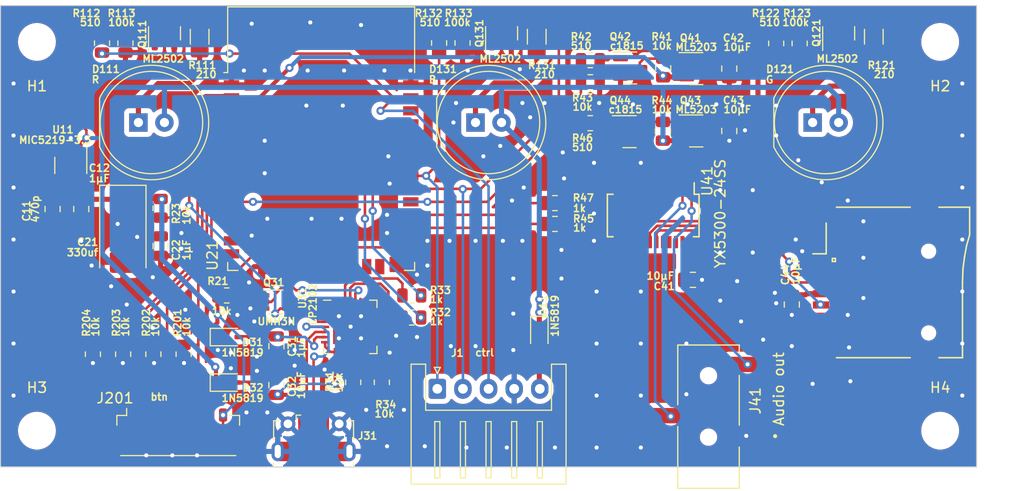
<source format=kicad_pcb>
(kicad_pcb (version 20221018) (generator pcbnew)
  (layers (0 "F.Cu" signal) (31 "B.Cu" signal) (34 "B.Paste" user) (35 "F.Paste" user) (36 "B.SilkS" user "B.Silkscreen") (37 "F.SilkS" user "F.Silkscreen") (38 "B.Mask" user) (39 "F.Mask" user) (44 "Edge.Cuts" user))
  (net 0 "")
  (net 1 "Net-(U11-BP)")
  (net 2 "GND")
  (net 3 "+3.3V")
  (net 4 "/s-en")
  (net 5 "Net-(D31-A)")
  (net 6 "Net-(D32-A)")
  (net 7 "Net-(U41-VCOM)")
  (net 8 "VSDCARD")
  (net 9 "Net-(Q43-D)")
  (net 10 "+5V")
  (net 11 "VCC")
  (net 12 "Net-(D111-K)")
  (net 13 "Net-(D121-K)")
  (net 14 "Net-(D131-K)")
  (net 15 "/led-b")
  (net 16 "/led-g")
  (net 17 "/led-r")
  (net 18 "Net-(J31-D-)")
  (net 19 "Net-(J31-D+)")
  (net 21 "Net-(U41-DACR)")
  (net 22 "Net-(U41-DACL)")
  (net 23 "/btn-r")
  (net 24 "/btn-b")
  (net 25 "/btn-y")
  (net 26 "/btn-g")
  (net 27 "Net-(Q31A-C1)")
  (net 28 "Net-(Q31A-B1)")
  (net 29 "/s-boot")
  (net 30 "Net-(Q41-G)")
  (net 31 "Net-(Q42-B)")
  (net 32 "Net-(Q43-G)")
  (net 33 "Net-(Q44-B)")
  (net 34 "Net-(Q111-G)")
  (net 35 "Net-(Q111-D)")
  (net 36 "Net-(Q121-G)")
  (net 37 "Net-(Q121-D)")
  (net 38 "Net-(Q131-G)")
  (net 39 "Net-(Q131-D)")
  (net 40 "Net-(U31-~{RST})")
  (net 41 "Net-(U31-RXD)")
  (net 42 "/s-tx")
  (net 43 "Net-(U31-TXD)")
  (net 44 "/s-rx")
  (net 45 "Net-(U31-SUSPEND)")
  (net 46 "auden")
  (net 47 "/aud-rx")
  (net 48 "Net-(U41-TX)")
  (net 49 "/aud-tx")
  (net 50 "Net-(U41-RX)")
  (net 96 "/aud-clk")
  (net 97 "/aud-mosi")
  (net 98 "/aud-miso")
  (footprint "Package_TO_SOT_SMD:SOT-23" (layer "F.Cu") (at 93.29 31.562)
    (fp_text reference "Q41")
    (fp_text value "ML5203")
  )
  (footprint "Resistor_SMD:R_0805_2012Metric" (layer "F.Cu") (at 47.4745 53.721)
    (fp_text reference "R21")
    (fp_text value "10k")
  )
  (footprint "Package_TO_SOT_SMD:SOT-363_SC-70-6" (layer "F.Cu") (at 52.263 54.356)
    (fp_text reference "Q31")
    (fp_text value "UMH3N")
  )
  (footprint "Capacitor_SMD:C_0805_2012Metric" (layer "F.Cu") (at 96.5135 37.658 -90)
    (fp_text reference "C43")
    (fp_text value "10μF")
  )
  (footprint "MountingHole:MountingHole_3.2mm_M3" (layer "F.Cu") (at 28.956 66.929)
    (fp_text reference "H3")
    (fp_text value "MountingHole" hide)
  )
  (footprint "Connector_Molex:Molex_PicoBlade_53398-0871_1x08-1MP_P1.25mm_Vertical" (layer "F.Cu") (at 42.742 66.655)
    (fp_text reference "J201")
    (fp_text value "btn")
  )
  (footprint "Connector_USB:USB_Micro-B_Molex-105017-0001" (layer "F.Cu") (at 55.951 67.7235)
    (fp_text reference "J31")
    (fp_text value "USB_B_Micro" hide)
  )
  (footprint "Resistor_SMD:R_1206_3216Metric" (layer "F.Cu") (at 77.724 28.448 -90)
    (fp_text reference "R131")
    (fp_text value "210")
  )
  (footprint "Diode_SMD:D_SOD-323" (layer "F.Cu") (at 77.978 57.37 -90)
    (fp_text reference "D11")
    (fp_text value "1N5819")
  )
  (footprint "Resistor_SMD:R_0805_2012Metric" (layer "F.Cu") (at 35.306 29.083 -90)
    (fp_text reference "R112")
    (fp_text value "510")
  )
  (footprint "Capacitor_SMD:C_0805_2012Metric" (layer "F.Cu") (at 33.2795 45.278 -90)
    (fp_text reference "C12")
    (fp_text value "1μF")
  )
  (footprint "Capacitor_SMD:C_0805_2012Metric" (layer "F.Cu") (at 41.021 48.895 -90)
    (fp_text reference "C22")
    (fp_text value "1μF")
  )
  (footprint "Capacitor_SMD:C_0805_2012Metric" (layer "F.Cu") (at 96.5135 31.562 -90)
    (fp_text reference "C42")
    (fp_text value "10μF")
  )
  (footprint "Diode_SMD:D_SOD-323" (layer "F.Cu") (at 47.4745 62.23)
    (fp_text reference "D32")
    (fp_text value "1N5819")
  )
  (footprint "Capacitor_SMD:C_0805_2012Metric" (layer "F.Cu") (at 52.324 58.674 -90)
    (fp_text reference "C31")
    (fp_text value "1μF")
  )
  (footprint "Resistor_SMD:R_0805_2012Metric" (layer "F.Cu") (at 37.367 59.4595 -90)
    (fp_text reference "R203")
    (fp_text value "10k")
  )
  (footprint "Resistor_SMD:R_0805_2012Metric" (layer "F.Cu") (at 82.9545 32.898)
    (fp_text reference "R43")
    (fp_text value "10k")
  )
  (footprint "Resistor_SMD:R_0805_2012Metric" (layer "F.Cu") (at 40.317 59.4595 -90)
    (fp_text reference "R202")
    (fp_text value "10k")
  )
  (footprint "Capacitor_SMD:C_0805_2012Metric" (layer "F.Cu") (at 92.964 52.197 180)
    (fp_text reference "C41")
    (fp_text value "10μF")
  )
  (footprint "Package_SO:SSOP-24_3.9x8.7mm_P0.635mm" (layer "F.Cu") (at 89.0905 45.914 -90)
    (fp_text reference "U41")
    (fp_text value "YX5300-24SS")
  )
  (footprint "Capacitor_SMD:C_0805_2012Metric" (layer "F.Cu") (at 30.48 45.278 -90)
    (fp_text reference "C11")
    (fp_text value "470p")
  )
  (footprint "Resistor_SMD:R_0805_2012Metric" (layer "F.Cu") (at 103.378 29.1065 -90)
    (fp_text reference "R123")
    (fp_text value "100k")
  )
  (footprint "Resistor_SMD:R_0805_2012Metric" (layer "F.Cu") (at 82.948 36.896)
    (fp_text reference "R46")
    (fp_text value "510")
  )
  (footprint "MountingHole:MountingHole_3.2mm_M3" (layer "F.Cu") (at 117.094 66.929)
    (fp_text reference "H4")
    (fp_text value "MountingHole" hide)
  )
  (footprint "Resistor_SMD:R_1206_3216Metric" (layer "F.Cu") (at 110.617 28.448 -90)
    (fp_text reference "R121")
    (fp_text value "210")
  )
  (footprint "Resistor_SMD:R_0805_2012Metric" (layer "F.Cu") (at 79.502 46.736)
    (fp_text reference "R45")
    (fp_text value "1k")
  )
  (footprint "Resistor_SMD:R_0805_2012Metric" (layer "F.Cu") (at 101.092 29.1065 -90)
    (fp_text reference "R122")
    (fp_text value "510")
  )
  (footprint "Resistor_SMD:R_0805_2012Metric" (layer "F.Cu") (at 70.485 29.0595 -90)
    (fp_text reference "R133")
    (fp_text value "100k")
  )
  (footprint "Package_TO_SOT_SMD:SOT-23" (layer "F.Cu") (at 93.29 37.653)
    (fp_text reference "Q43")
    (fp_text value "ML5203")
  )
  (footprint "LED_THT:LED_D10.0mm" (layer "F.Cu") (at 71.75 36.83)
    (fp_text reference "D131")
    (fp_text value "B")
  )
  (footprint "Resistor_SMD:R_0805_2012Metric" (layer "F.Cu") (at 62.611 62.2065 -90)
    (fp_text reference "R34")
    (fp_text value "10k")
  )
  (footprint "Resistor_SMD:R_0805_2012Metric" (layer "F.Cu") (at 37.592 29.083 -90)
    (fp_text reference "R113")
    (fp_text value "100k")
  )
  (footprint "MountingHole:MountingHole_3.2mm_M3" (layer "F.Cu") (at 28.956 28.956)
    (fp_text reference "H1")
    (fp_text value "MountingHole" hide)
  )
  (footprint "Resistor_SMD:R_0805_2012Metric" (layer "F.Cu") (at 68.199 29.0595 -90)
    (fp_text reference "R132")
    (fp_text value "510")
  )
  (footprint "PJ-320B:BOOMELE_PJ-320B" (layer "F.Cu") (at 94.488 64.564 90)
    (fp_text reference "J41")
    (fp_text value "Audio out")
  )
  (footprint "LED_THT:LED_D10.0mm" (layer "F.Cu") (at 38.857 36.83)
    (fp_text reference "D111")
    (fp_text value "R")
  )
  (footprint "Resistor_SMD:R_0805_2012Metric" (layer "F.Cu") (at 59.817 62.2065 -90)
    (fp_text reference "R31")
    (fp_text value "10k")
  )
  (footprint "Resistor_SMD:R_0805_2012Metric" (layer "F.Cu") (at 43.267 59.4595 -90)
    (fp_text reference "R201")
    (fp_text value "10k")
  )
  (footprint "Package_TO_SOT_SMD:SOT-23" (layer "F.Cu") (at 86.843 31.501)
    (fp_text reference "Q42")
    (fp_text value "c1815")
  )
  (footprint "Package_DFN_QFN:QFN-28-1EP_5x5mm_P0.5mm_EP3.35x3.35mm" (layer "F.Cu") (at 59.526 56.793)
    (fp_text reference "U31")
    (fp_text value "CP2102")
  )
  (footprint "Resistor_SMD:R_0805_2012Metric" (layer "F.Cu") (at 34.417 59.4595 -90)
    (fp_text reference "R204")
    (fp_text value "10k")
  )
  (footprint "Resistor_SMD:R_1206_3216Metric" (layer "F.Cu") (at 44.831 28.448 -90)
    (fp_text reference "R111")
    (fp_text value "210")
  )
  (footprint "Resistor_SMD:R_0805_2012Metric" (layer "F.Cu") (at 90.0365 37.6815 -90)
    (fp_text reference "R44")
    (fp_text value "10k")
  )
  (footprint "Resistor_SMD:R_0805_2012Metric" (layer "F.Cu") (at 65.532 55.88)
    (fp_text reference "R32")
    (fp_text value "1k")
  )
  (footprint "Connector_JST:JST_XH_S5B-XH-A_1x05_P2.50mm_Horizontal" (layer "F.Cu") (at 68.025 62.844)
    (fp_text reference "J1")
    (fp_text value "ctrl")
  )
  (footprint "Resistor_SMD:R_0805_2012Metric" (layer "F.Cu") (at 41.021 45.212 -90)
    (fp_text reference "R23")
    (fp_text value "10k")
  )
  (footprint "Package_TO_SOT_SMD:SOT-23" (layer "F.Cu") (at 41.402 28.1155 90)
    (fp_text reference "Q111")
    (fp_text value "ML2502")
  )
  (footprint "Diode_SMD:D_SOD-323" (layer "F.Cu") (at 47.4745 57.785)
    (fp_text reference "D31")
    (fp_text value "1N5819")
  )
  (footprint "microsd:Conn_uSDcard" (layer "F.Cu") (at 115.97 52.454 90)
    (fp_text reference "XS41" hide)
    (fp_text value "SDCARD" hide)
  )
  (footprint "Resistor_SMD:R_0805_2012Metric" (layer "F.Cu") (at 82.9545 30.739)
    (fp_text reference "R42")
    (fp_text value "510")
  )
  (footprint "Capacitor_SMD:C_0805_2012Metric" (layer "F.Cu") (at 102.616 54.61 -90)
    (fp_text reference "C44")
    (fp_text value "10μF")
  )
  (footprint "Resistor_SMD:R_0805_2012Metric" (layer "F.Cu") (at 90.0665 31.501 -90)
    (fp_text reference "R41")
    (fp_text value "10k")
  )
  (footprint "Capacitor_SMD:C_0805_2012Metric" (layer "F.Cu") (at 52.324 62.484 -90)
    (fp_text reference "C32")
    (fp_text value "10μF")
  )
  (footprint "MountingHole:MountingHole_3.2mm_M3" (layer "F.Cu") (at 117.094 28.956)
    (fp_text reference "H2")
    (fp_text value "MountingHole" hide)
  )
  (footprint "Package_TO_SOT_SMD:SOT-23" (layer "F.Cu") (at 107.188 28.1155 90)
    (fp_text reference "Q121")
    (fp_text value "ML2502")
  )
  (footprint "Resistor_SMD:R_0805_2012Metric" (layer "F.Cu") (at 79.502 44.704)
    (fp_text reference "R47")
    (fp_text value "1k")
  )
  (footprint "Resistor_SMD:R_0805_2012Metric" (layer "F.Cu") (at 65.532 53.721)
    (fp_text reference "R33")
    (fp_text value "1k")
  )
  (footprint "Capacitor_Tantalum_SMD:CP_EIA-7343-20_Kemet-V" (layer "F.Cu") (at 37.338 47.371 -90)
    (fp_text reference "C21")
    (fp_text value "330uf")
  )
  (footprint "RF_Module:ESP32-WROOM-32" (layer "F.Cu") (at 56.688 41.397)
    (fp_text reference "U21")
    (fp_text value "ESP32-WROOM-32" hide)
  )
  (footprint "LED_THT:LED_D10.0mm" (layer "F.Cu") (at 104.648 36.83)
    (fp_text reference "D121")
    (fp_text value "G")
  )
  (footprint "Package_TO_SOT_SMD:SOT-23-5" (layer "F.Cu") (at 32.258 41.021 -90)
    (fp_text reference "U11")
    (fp_text value "MIC5219-3.3")
  )
  (footprint "Package_TO_SOT_SMD:SOT-23" (layer "F.Cu") (at 74.295 28.1155 90)
    (fp_text reference "Q131")
    (fp_text value "ML2502")
  )
  (footprint "Package_TO_SOT_SMD:SOT-23" (layer "F.Cu") (at 86.783 37.724)
    (fp_text reference "Q44")
    (fp_text value "c1815")
  )
  (gr_line (start 120.65 70.485) (end 25.4 70.485) (stroke (width 0.1)) (layer "Edge.Cuts"))
  (gr_line (start 120.65 25.4) (end 120.65 70.485) (stroke (width 0.1)) (layer "Edge.Cuts"))
  (gr_line (start 25.4 70.485) (end 25.4 25.4) (stroke (width 0.1)) (layer "Edge.Cuts"))
  (gr_line (start 25.4 25.4) (end 120.65 25.4) (stroke (width 0.1)) (layer "Edge.Cuts"))
  (gr_text "sigplane-head-v0.1" (at 86.36 69.469 90) (layer "F.Cu") (effects (font (size 1.2 1.2) (thickness 0.25) bold) (justify left bottom)))
  (segment (start 31.308 42.1585) (end 31.308 42.86) (width 0.25) (layer "F.Cu") (net 1))
  (segment (start 30.48 43.688) (end 30.48 44.328) (width 0.25) (layer "F.Cu") (net 1))
  (segment (start 31.308 42.86) (end 30.48 43.688) (width 0.25) (layer "F.Cu") (net 1))
  (segment (start 57.076 56.293) (end 56.388 56.293) (width 0.25) (layer "F.Cu") (net 2))
  (segment (start 90.043 43.314) (end 90.043 41.783) (width 0.4) (layer "F.Cu") (net 2))
  (segment (start 57.251 66.261) (end 57.251 64.542) (width 0.4) (layer "F.Cu") (net 2))
  (segment (start 56.388 56.293) (end 55.753 55.658) (width 0.25) (layer "F.Cu") (net 2))
  (segment (start 92.583 48.514) (end 92.583 49.911) (width 0.4) (layer "F.Cu") (net 2))
  (segment (start 92.583 49.911) (end 92.964 50.292) (width 0.4) (layer "F.Cu") (net 2))
  (segment (start 90.043 41.783) (end 89.535 41.275) (width 0.4) (layer "F.Cu") (net 2))
  (segment (start 32.258 39.8835) (end 32.258 38.354) (width 0.4) (layer "F.Cu") (net 2))
  (segment (start 57.251 64.542) (end 57.531 64.262) (width 0.4) (layer "F.Cu") (net 2))
  (via (at 54.102 59.055) (size 0.8) (drill 0.4) (layers "F.Cu" "B.Cu") (net 2))
  (via (at 38.735 48.006) (size 0.8) (drill 0.4) (layers "F.Cu" "B.Cu") (net 2))
  (via (at 66.04 51.689) (size 0.8) (drill 0.4) (layers "F.Cu" "B.Cu") (net 2))
  (via (at 103.251 40.513) (size 0.8) (drill 0.4) (layers "F.Cu" "B.Cu") (net 2))
  (via (at 75.438 59.055) (size 0.8) (drill 0.4) (layers "F.Cu" "B.Cu") (net 2))
  (via (at 42.164 69.342) (size 0.8) (drill 0.4) (layers "F.Cu" "B.Cu") (net 2))
  (via (at 72.517 40.132) (size 0.8) (drill 0.4) (layers "F.Cu" "B.Cu") (net 2))
  (via (at 108.204 58.801) (size 0.8) (drill 0.4) (layers "F.Cu" "B.Cu") (net 2))
  (via (at 93.853 52.197) (size 0.8) (drill 0.4) (layers "F.Cu" "B.Cu") (net 2))
  (via (at 95.25 35.052) (size 0.8) (drill 0.4) (layers "F.Cu" "B.Cu") (net 2))
  (via (at 34.29 50.8) (size 0.8) (drill 0.4) (layers "F.Cu" "B.Cu") (net 2))
  (via (at 61.087 64.897) (size 0.8) (drill 0.4) (layers "F.Cu" "B.Cu") (net 2))
  (via (at 74.422 48.387) (size 0.8) (drill 0.4) (layers "F.Cu" "B.Cu") (net 2))
  (via (at 51.181 38.608) (size 0.8) (drill 0.4) (layers "F.Cu" "B.Cu") (net 2))
  (via (at 109.601 50.038) (size 0.8) (drill 0.4) (layers "F.Cu" "B.Cu") (net 2))
  (via (at 105.537 42.672) (size 0.8) (drill 0.4) (layers "F.Cu" "B.Cu") (net 2))
  (via (at 119.253 63.5) (size 0.8) (drill 0.4) (layers "F.Cu" "B.Cu") (net 2))
  (via (at 26.67 53.34) (size 0.8) (drill 0.4) (layers "F.Cu" "B.Cu") (net 2))
  (via (at 54.102 60.579) (size 0.8) (drill 0.4) (layers "F.Cu" "B.Cu") (net 2))
  (via (at 95.631 54.229) (size 0.8) (drill 0.4) (layers "F.Cu" "B.Cu") (net 2))
  (via (at 63.119 47.625) (size 0.8) (drill 0.4) (layers "F.Cu" "B.Cu") (net 2))
  (via (at 67.056 48.387) (size 0.8) (drill 0.4) (layers "F.Cu" "B.Cu") (net 2))
  (via (at 46.609 59.055) (size 0.8) (drill 0.4) (layers "F.Cu" "B.Cu") (net 2))
  (via (at 80.264 39.751) (size 0.8) (drill 0.4) (layers "F.Cu" "B.Cu") (net 2))
  (via (at 83.566 58.42) (size 0.8) (drill 0.4) (layers "F.Cu" "B.Cu") (net 2))
  (via (at 55.372 31.75) (size 0.8) (drill 0.4) (layers "F.Cu" "B.Cu") (net 2))
  (via (at 108.331 62.103) (size 0.8) (drill 0.4) (layers "F.Cu" "B.Cu") (net 2))
  (via (at 74.168 39.116) (size 0.8) (drill 0.4) (layers "F.Cu" "B.Cu") (net 2))
  (via (at 50.419 61.087) (size 0.8) (drill 0.4) (layers "F.Cu" "B.Cu") (net 2))
  (via (at 83.82 34.925) (size 0.8) (drill 0.4) (layers "F.Cu" "B.Cu") (net 2))
  (via (at 98.044 37.592) (size 0.8) (drill 0.4) (layers "F.Cu" "B.Cu") (net 2))
  (via (at 65.405 31.75) (size 0.8) (drill 0.4) (layers "F.Cu" "B.Cu") (net 2))
  (via (at 74.803 68.58) (size 0.8) (drill 0.4) (layers "F.Cu" "B.Cu") (net 2))
  (via (at 49.657 52.451) (size 0.8) (drill 0.4) (layers "F.Cu" "B.Cu") (net 2))
  (via (at 101.092 38.1) (size 0.8) (drill 0.4) (layers "F.Cu" "B.Cu") (net 2))
  (via (at 87.884 40.767) (size 0.8) (drill 0.4) (layers "F.Cu" "B.Cu") (net 2))
  (via (at 37.719 54.61) (size 0.8) (drill 0.4) (layers "F.Cu" "B.Cu") (net 2))
  (via (at 83.566 63.5) (size 0.8) (drill 0.4) (layers "F.Cu" "B.Cu") (net 2))
  (via (at 119.253 43.18) (size 0.8) (drill 0.4) (layers "F.Cu" "B.Cu") (net 2))
  (via (at 104.648 62.357) (size 0.8) (drill 0.4) (layers "F.Cu" "B.Cu") (net 2))
  (via (at 108.077 44.45) (size 0.8) (drill 0.4) (layers "F.Cu" "B.Cu") (net 2))
  (via (at 87.884 68.58) (size 0.8) (drill 0.4) (layers "F.Cu" "B.Cu") (net 2))
  (via (at 49.149 31.75) (size 0.8) (drill 0.4) (layers "F.Cu" "B.Cu") (net 2))
  (via (at 50.419 59.69) (size 0.8) (drill 0.4) (layers "F.Cu" "B.Cu") (net 2))
  (via (at 66.04 57.785) (size 0.8) (drill 0.4) (layers "F.Cu" "B.Cu") (net 2))
  (via (at 55.245 35.179) (size 0.8) (drill 0.4) (layers "F.Cu" "B.Cu") (net 2))
  (via (at 83.312 40.767) (size 0.8) (drill 0.4) (layers "F.Cu" "B.Cu") (net 2))
  (via (at 57.023 60.96) (size 0.8) (drill 0.4) (layers "F.Cu" "B.Cu") (net 2))
  (via (at 71.755 48.387) (size 0.8) (drill 0.4) (layers "F.Cu" "B.Cu") (net 2))
  (via (at 76.454 43.18) (size 0.8) (drill 0.4) (layers "F.Cu" "B.Cu") (net 2))
  (via (at 26.67 38.1) (size 0.8) (drill 0.4) (layers "F.Cu" "B.Cu") (net 2))
  (via (at 119.253 58.42) (size 0.8) (drill 0.4) (layers "F.Cu" "B.Cu") (net 2))
  (via (at 95.631 49.53) (size 0.8) (drill 0.4) (layers "F.Cu" "B.Cu") (net 2))
  (via (at 92.329 63.373) (size 0.8) (drill 0.4) (layers "F.Cu" "B.Cu") (net 2))
  (via (at 76.327 34.925) (size 0.8) (drill 0.4) (layers "F.Cu" "B.Cu") (net 2))
  (via (at 63.119 45.847) (size 0.8) (drill 0.4) (layers "F.Cu" "B.Cu") (net 2))
  (via (at 98.806 49.53) (size 0.8) (drill 0.4) (layers "F.Cu" "B.Cu") (net 2))
  (via (at 55.626 27.051) (size 0.8) (drill 0.4) (layers "F.Cu" "B.Cu") (net 2))
  (via (at 80.137 49.276) (size 0.8) (drill 0.4) (layers "F.Cu" "B.Cu") (net 2))
  (via (at 92.456 35.052) (size 0.8) (drill 0.4) (layers "F.Cu" "B.Cu") (net 2))
  (via (at 70.866 68.58) (size 0.8) (drill 0.4) (layers "F.Cu" "B.Cu") (net 2))
  (via (at 39.624 69.342) (size 0.8) (drill 0.4) (layers "F.Cu" "B.Cu") (net 2))
  (via (at 83.566 53.34) (size 0.8) (drill 0.4) (layers "F.Cu" "B.Cu") (net 2))
  (via (at 102.616 58.674) (size 0.8) (drill 0.4) (layers "F.Cu" "B.Cu") (net 2))
  (via (at 78.486 34.925) (size 0.8) (drill 0.4) (layers "F.Cu" "B.Cu") (net 2))
  (via (at 60.579 27.305) (size 0.8) (drill 0.4) (layers "F.Cu" "B.Cu") (net 2))
  (via (at 58.42 55.753) (size 0.8) (drill 0.4) (layers "F.Cu" "B.Cu") (net 2))
  (via (at 100.965 53.467) (size 0.8) (drill 0.4) (layers "F.Cu" "B.Cu") (net 2))
  (via (at 59.563 56.769) (size 0.8) (drill 0.4) (layers "F.Cu" "B.Cu") (net 2))
  (via (at 69.215 48.387) (size 0.8) (drill 0.4) (layers "F.Cu" "B.Cu") (net 2))
  (via (at 96.52 38.608) (size 0.8) (drill 0.4) (layers "F.Cu" "B.Cu") (net 2))
  (via (at 102.997 48.26) (size 0.8) (drill 0.4) (layers "F.Cu" "B.Cu") (net 2))
  (via (at 26.67 43.18) (size 0.8) (drill 0.4) (layers "F.Cu" "B.Cu") (net 2))
  (via (at 102.616 55.626) (size 0.8) (drill 0.4) (layers "F.Cu" "B.Cu") (net 2))
  (via (at 26.67 58.42) (size 0.8) (drill 0.4) (layers "F.Cu" "B.Cu") (net 2))
  (via (at 58.42 57.912) (size 0.8) (drill 0.4) (layers "F.Cu" "B.Cu") (net 2))
  (via (at 79.502 68.58) (size 0.8) (drill 0.4) (layers "F.Cu" "B.Cu") (net 2))
  (via (at 97.282 52.324) (size 0.8) (drill 0.4) (layers "F.Cu" "B.Cu") (net 2))
  (via (at 109.601 53.975) (size 0.8) (drill 0.4) (layers "F.Cu" "B.Cu") (net 2))
  (via (at 108.077 55.626) (size 0.8) (drill 0.4) (layers "F.Cu" "B.Cu") (net 2))
  (via (at 43.307 60.325) (size 0.8) (drill 0.4) (layers "F.Cu" "B.Cu") (net 2))
  (via (at 32.258 38.354) (size 0.8) (drill 0.4) (layers "F.Cu" "B.Cu") (net 2))
  (via (at 44.577 69.342) (size 0.8) (drill 0.4) (layers "F.Cu" "B.Cu") (net 2))
  (via (at 62.865 31.75) (size 0.8) (drill 0.4) (layers "F.Cu" "B.Cu") (net 2))
  (via (at 51.181 41.783) (size 0.8) (drill 0.4) (layers "F.Cu" "B.Cu") (net 2))
  (via (at 69.85 34.925) (size 0.8) (drill 0.4) (layers "F.Cu" "B.Cu") (net 2))
  (via (at 60.579 57.912) (size 0.8) (drill 0.4) (layers "F.Cu" "B.Cu") (net 2))
  (via (at 49.403 65.151) (size 0.8) (drill 0.4) (layers "F.Cu" "B.Cu") (net 2))
  (via (at 47.879 59.309) (size 0.8) (drill 0.4) (layers "F.Cu" "B.Cu") (net 2))
  (via (at 97.663 56.261) (size 0.8) (drill 0.4) (layers "F.Cu" "B.Cu") (net 2))
  (via (at 109.601 46.482) (size 0.8) (drill 0.4) (layers "F.Cu" "B.Cu") (net 2))
  (via (at 40.259 56.896) (size 0.8) (drill 0.4) (layers "F.Cu" "B.Cu") (net 2))
  (via (at 71.755 58.674) (size 0.8) (drill 0.4) (layers "F.Cu" "B.Cu") (net 2))
  (via (at 34.417 60.325) (size 0.8) (drill 0.4) (layers "F.Cu" "B.Cu") (net 2))
  (via (at 49.911 47.879) (size 0.8) (drill 0.4) (layers "F.Cu" "B.Cu") (net 2))
  (via (at 87.884 58.42) (size 0.8) (drill 0.4) (layers "F.Cu" "B.Cu") (net 2))
  (via (at 50.165 56.261) (size 0.8) (drill 0.4) (layers "F.Cu" "B.Cu") (net 2))
  (via (at 53.721 56.261) (size 0.8) (drill 0.4) (layers "F.Cu" "B.Cu") (net 2))
  (via (at 26.67 63.5) (size 0.8) (drill 0.4) (layers "F.Cu" "B.Cu") (net 2))
  (via (at 40.386 60.325) (size 0.8) (drill 0.4) (layers "F.Cu" "B.Cu") (net 2))
  (via (at 77.089 36.322) (size 0.8) (drill 0.4) (layers "F.Cu" "B.Cu") (net 2))
  (via (at 98.806 43.434) (size 0.8) (drill 0.4) (layers "F.Cu" "B.Cu") (net 2))
  (via (at 67.056 50.8) (size 0.8) (drill 0.4) (layers "F.Cu" "B.Cu") (net 2))
  (via (at 51.435 65.151) (size 0.8) (drill 0.4) (layers "F.Cu" "B.Cu") (net 2))
  (via (at 76.327 48.387) (size 0.8) (drill 0.4) (layers "F.Cu" "B.Cu") (net 2))
  (via (at 66.802 68.453) (size 0.8) (drill 0.4) (layers "F.Cu" "B.Cu") (net 2))
  (via (at 87.122 35.052) (size 0.8) (drill 0.4) (layers "F.Cu" "B.Cu") (net 2))
  (via (at 43.053 47.625) (size 0.8) (drill 0.4) (layers "F.Cu" "B.Cu") (net 2))
  (via (at 33.274 48.387) (size 0.8) (drill 0.4) (layers "F.Cu" "B.Cu") (net 2))
  (via (at 97.79 35.179) (size 0.8) (drill 0.4) (layers "F.Cu" "B.Cu") (net 2))
  (via (at 63.119 68.453) (size 0.8) (drill 0.4) (layers "F.Cu" "B.Cu") (net 2))
  (via (at 37.338 60.325) (size 0.8) (drill 0.4) (layers "F.Cu" "B.Cu") (net 2))
  (via (at 95.631 43.434) (size 0.8) (drill 0.4) (layers "F.Cu" "B.Cu") (net 2))
  (via (at 98.171 67.437) (size 0.8) (drill 0.4) (layers "F.Cu" "B.Cu") (net 2))
  (via (at 43.434 55.118) (size 0.8) (drill 0.4) (layers "F.Cu" "B.Cu") (net 2))
  (via (at 119.253 48.26) (size 0.8) (drill 0.4) (layers "F.Cu" "B.Cu") (net 2))
  (via (at 119.253 33.02) (size 0.8) (drill 0.4) (layers "F.Cu" "B.Cu") (net 2))
  (via (at 36.83 46.736) (size 0.8) (drill 0.4) (layers "F.Cu" "B.Cu") (net 2))
  (via (at 75.311 44.45) (size 0.8) (drill 0.4) (layers "F.Cu" "B.Cu") (net 2))
  (via (at 60.579 55.753) (size 0.8) (drill 0.4) (layers "F.Cu" "B.Cu") (net 2))
  (via (at 119.253 53.34) (size 0.8) (drill 0.4) (layers "F.Cu" "B.Cu") (net 2))
  (via (at 36.195 52.832) (size 0.8) (drill 0.4) (layers "F.Cu" "B.Cu") (net 2))
  (via (at 47.879 60.833) (size 0.8) (drill 0.4) (layers "F.Cu" "B.Cu") (net 2))
  (via (at 83.312 45.72) (size 0.8) (drill 0.4) (layers "F.Cu" "B.Cu") (net 2))
  (via (at 43.053 49.149) (size 0.8) (drill 0.4) (layers "F.Cu" "B.Cu") (net 2))
  (via (at 63.373 42.799) (size 0.8) (drill 0.4) (layers "F.Cu" "B.Cu") (net 2))
  (via (at 103.632 49.403) (size 0.8) (drill 0.4) (layers "F.Cu" "B.Cu") (net 2))
  (via (at 40.259 51.943) (size 0.8) (drill 0.4) (layers "F.Cu" "B.Cu") (net 2))
  (via (at 101.092 54.483) (size 0.8) (drill 0.4) (layers "F.Cu" "B.Cu") (net 2))
  (via (at 83.566 68.58) (size 0.8) (drill 0.4) (layers "F.Cu" "B.Cu") (net 2))
  (via (at 58.801 35.179) (size 0.8) (drill 0.4) (layers "F.Cu" "B.Cu") (net 2))
  (via (at 64.008 57.658) (size 0.8) (drill 0.4) (layers "F.Cu" "B.Cu") (net 2))
  (via (at 58.674 46.228) (size 0.8) (drill 0.4) (layers "F.Cu" "B.Cu") (net 2))
  (via (at 70.993 31.75) (size 0.8) (drill 0.4) (layers "F.Cu" "B.Cu") (net 2))
  (via (at 87.884 53.34) (size 0.8) (drill 0.4) (layers "F.Cu" "B.Cu") (net 2))
  (via (at 58.928 31.75) (size 0.8) (drill 0.4) (layers "F.Cu" "B.Cu") (net 2))
  (via (at 26.67 33.02) (size 0.8) (drill 0.4) (layers "F.Cu" "B.Cu") (net 2))
  (via (at 119.253 38.1) (size 0.8) (drill 0.4) (layers "F.Cu" "B.Cu") (net 2))
  (via (at 51.181 31.75) (size 0.8) (drill 0.4) (layers "F.Cu" "B.Cu") (net 2))
  (via (at 49.911 27.178) (size 0.8) (drill 0.4) (layers "F.Cu" "B.Cu") (net 2))
  (via (at 64.77 64.897) (size 0.8) (drill 0.4) (layers "F.Cu" "B.Cu") (net 2))
  (via (at 69.342 58.674) (size 0.8) (drill 0.4) (layers "F.Cu" "B.Cu") (net 2))
  (via (at 101.092 35.179) (size 0.8) (drill 0.4) (layers "F.Cu" "B.Cu") (net 2))
  (via (at 55.753 46.228) (size 0.8) (drill 0.4) (layers "F.Cu" "B.Cu") (net 2))
  (via (at 83.312 48.387) (size 0.8) (drill 0.4) (layers "F.Cu" "B.Cu") (net 2))
  (via (at 80.391 42.291) (size 0.8) (drill 0.4) (layers "F.Cu" "B.Cu") (net 2))
  (via (at 76.073 31.623) (size 0.8) (drill 0.4) (layers "F.Cu" "B.Cu") (net 2))
  (via (at 80.137 52.07) (size 0.8) (drill 0.4) (layers "F.Cu" "B.Cu") (net 2))
  (via (at 49.784 54.991) (size 0.8) (drill 0.4) (layers "F.Cu" "B.Cu") (net 2))
  (via (at 51.435 46.228) (size 0.8) (drill 0.4) (layers "F.Cu" "B.Cu") (net 2))
  (via (at 26.67 48.26) (size 0.8) (drill 0.4) (layers "F.Cu" "B.Cu") (net 2))
  (via (at 75.438 55.499) (size 0.8) (drill 0.4) (layers "F.Cu" "B.Cu") (net 2))
  (via (at 69.596 36.83) (size 0.8) (drill 0.4) (layers "F.Cu" "B.Cu") (net 2))
  (via (at 92.329 58.42) (size 0.8) (drill 0.4) (layers "F.Cu" "B.Cu") (net 2))
  (via (at 48.514 55.626) (size 0.8) (drill 0.4) (layers "F.Cu" "B.Cu") (net 2))
  (via (at 63.373 59.309) (size 0.8) (drill 0.4) (layers "F.Cu" "B.Cu") (net 2))
  (via (at 75.438 52.07) (size 0.8) (drill 0.4) (layers "F.Cu" "B.Cu") (net 2))
  (via (at 63.246 40.132) (size 0.8) (drill 0.4) (layers "F.Cu" "B.Cu") (net 2))
  (via (at 99.822 58.039) (size 0.8) (drill 0.4) (layers "F.Cu" "B.Cu") (net 2))
  (via (at 87.884 63.5) (size 0.8) (drill 0.4) (layers "F.Cu" "B.Cu") (net 2))
  (segment (start 39.624 65.412) (end 39.624 66.802) (width 0.25) (layer "F.Cu") (net 3))
  (segment (start 39.624 66.802) (end 40.132 67.31) (width 0.25) (layer "F.Cu") (net 3))
  (segment (start 33.208 44.2565) (end 33.2795 44.328) (width 0.4) (layer "F.Cu") (net 3))
  (segment (start 41.148 44.323) (end 41.148 44.4265) (width 0.5) (layer "F.Cu") (net 3))
  (segment (start 37.2685 44.328) (end 37.338 44.2585) (width 0.5) (layer "F.Cu") (net 3))
  (segment (start 44.45 37.973) (end 42.4815 39.9415) (width 0.75) (layer "F.Cu") (net 3))
  (segment (start 42.117 65.405) (end 42.117 67.263) (width 0.25) (layer "F.Cu") (net 3))
  (segment (start 44.45 35.433) (end 44.45 37.973) (width 0.75) (layer "F.Cu") (net 3))
  (segment (start 46.562 55.579) (end 46.609 55.626) (width 0.4) (layer "F.Cu") (net 3))
  (segment (start 37.338 41.656) (end 37.338 44.2585) (width 0.75) (layer "F.Cu") (net 3))
  (segment (start 46.562 56.3775) (end 46.4245 56.515) (width 0.4) (layer "F.Cu") (net 3))
  (segment (start 37.338 44.2585) (end 40.98 44.2585) (width 0.5) (layer "F.Cu") (net 3))
  (segment (start 92.3525 32.512) (end 91.186 32.512) (width 0.5) (layer "F.Cu") (net 3))
  (segment (start 42.117 67.263) (end 42.164 67.31) (width 0.25) (layer "F.Cu") (net 3))
  (segment (start 44.617 67.223) (end 44.704 67.31) (width 0.25) (layer "F.Cu") (net 3))
  (segment (start 40.98 44.2585) (end 41.0445 44.323) (width 0.5) (layer "F.Cu") (net 3))
  (segment (start 47.117 65.405) (end 47.117 66.802) (width 0.25) (layer "F.Cu") (net 3))
  (segment (start 50.673 34.417) (end 53.594 31.496) (width 0.4) (layer "F.Cu") (net 3))
  (segment (start 39.617 65.405) (end 39.624 65.412) (width 0.25) (layer "F.Cu") (net 3))
  (segment (start 39.0525 39.9415) (end 37.338 41.656) (width 0.75) (layer "F.Cu") (net 3))
  (segment (start 44.617 65.405) (end 44.617 67.223) (width 0.25) (layer "F.Cu") (net 3))
  (segment (start 46.609 67.31) (end 44.704 67.31) (width 0.25) (layer "F.Cu") (net 3))
  (segment (start 46.562 55.673) (end 46.562 56.3775) (width 0.4) (layer "F.Cu") (net 3))
  (segment (start 90.043 32.258) (end 91.0875 32.4135) (width 0.5) (layer "F.Cu") (net 3))
  (segment (start 47.938 34.417) (end 50.673 34.417) (width 0.4) (layer "F.Cu") (net 3))
  (segment (start 41.0445 44.323) (end 41.148 44.323) (width 0.5) (layer "F.Cu") (net 3))
  (segment (start 41.148 44.4265) (end 41.021 44.2995) (width 0.5) (layer "F.Cu") (net 3))
  (segment (start 46.609 55.626) (end 46.562 55.673) (width 0.4) (layer "F.Cu") (net 3))
  (segment (start 47.117 66.802) (end 46.609 67.31) (width 0.25) (layer "F.Cu") (net 3))
  (segment (start 90.0665 32.4135) (end 90.043 32.258) (width 0.5) (layer "F.Cu") (net 3))
  (segment (start 33.2795 44.328) (end 37.2685 44.328) (width 0.5) (layer "F.Cu") (net 3))
  (segment (start 46.4245 56.515) (end 46.4245 57.785) (width 0.4) (layer "F.Cu") (net 3))
  (segment (start 42.4815 39.9415) (end 39.0525 39.9415) (width 0.75) (layer "F.Cu") (net 3))
  (segment (start 91.0875 32.4135) (end 91.186 32.512) (width 0.5) (layer "F.Cu") (net 3))
  (segment (start 42.164 67.31) (end 44.704 67.31) (width 0.25) (layer "F.Cu") (net 3))
  (segment (start 47.938 34.417) (end 45.466 34.417) (width 0.75) (layer "F.Cu") (net 3))
  (segment (start 40.132 67.31) (end 42.164 67.31) (width 0.25) (layer "F.Cu") (net 3))
  (segment (start 46.562 53.721) (end 46.562 55.579) (width 0.4) (layer "F.Cu") (net 3))
  (segment (start 33.208 42.1585) (end 33.208 44.2565) (width 0.4) (layer "F.Cu") (net 3))
  (segment (start 45.466 34.417) (end 44.45 35.433) (width 0.75) (layer "F.Cu") (net 3))
  (via (at 41.148 44.323) (size 0.8) (drill 0.4) (layers "F.Cu" "B.Cu") (net 3))
  (via (at 47.117 65.405) (size 0.8) (drill 0.4) (layers "F.Cu" "B.Cu") (net 3))
  (via (at 53.594 31.496) (size 0.8) (drill 0.4) (layers "F.Cu" "B.Cu") (net 3))
  (via (at 46.609 55.626) (size 0.8) (drill 0.4) (layers "F.Cu" "B.Cu") (net 3))
  (via (at 90.043 32.258) (size 0.8) (drill 0.4) (layers "F.Cu" "B.Cu") (net 3))
  (segment (start 47.117 65.405) (end 49.149 63.373) (width 0.25) (layer "B.Cu") (net 3))
  (segment (start 41.148 50.165) (end 46.609 55.626) (width 0.5) (layer "B.Cu") (net 3))
  (segment (start 90.043 32.258) (end 88.227 30.442) (width 0.4) (layer "B.Cu") (net 3))
  (segment (start 88.227 30.442) (end 54.648 30.442) (width 0.4) (layer "B.Cu") (net 3))
  (segment (start 41.148 44.323) (end 41.148 50.165) (width 0.5) (layer "B.Cu") (net 3))
  (segment (start 49.149 58.166) (end 46.609 55.626) (width 0.25) (layer "B.Cu") (net 3))
  (segment (start 54.648 30.442) (end 53.594 31.496) (width 0.4) (layer "B.Cu") (net 3))
  (segment (start 49.149 63.373) (end 49.149 58.166) (width 0.25) (layer "B.Cu") (net 3))
  (segment (start 43.815 44.958) (end 42.672 46.101) (width 0.25) (layer "F.Cu") (net 4))
  (segment (start 45.5295 36.5125) (end 45.5295 38.481) (width 0.25) (layer "F.Cu") (net 4))
  (segment (start 47.938 35.687) (end 46.355 35.687) (width 0.25) (layer "F.Cu") (net 4))
  (segment (start 41.021 47.945) (end 41.021 46.1245) (width 0.25) (layer "F.Cu") (net 4))
  (segment (start 52.69 55.006) (end 52.197 55.499) (width 0.25) (layer "F.Cu") (net 4))
  (segment (start 42.672 46.101) (end 42.6485 46.1245) (width 0.25) (layer "F.Cu") (net 4))
  (segment (start 42.6485 46.1245) (end 41.021 46.1245) (width 0.25) (layer "F.Cu") (net 4))
  (segment (start 53.213 55.006) (end 52.69 55.006) (width 0.25) (layer "F.Cu") (net 4))
  (segment (start 45.5295 38.481) (end 43.815 40.1955) (width 0.25) (layer "F.Cu") (net 4))
  (segment (start 46.355 35.687) (end 45.5295 36.5125) (width 0.25) (layer "F.Cu") (net 4))
  (segment (start 43.815 40.1955) (end 43.815 44.958) (width 0.25) (layer "F.Cu") (net 4))
  (via (at 43.815 44.958) (size 0.8) (drill 0.4) (layers "F.Cu" "B.Cu") (net 4))
  (via (at 52.197 55.499) (size 0.8) (drill 0.4) (layers "F.Cu" "B.Cu") (net 4))
  (segment (start 43.815 44.958) (end 52.197 53.34) (width 0.25) (layer "B.Cu") (net 4))
  (segment (start 52.197 55.499) (end 52.197 53.34) (width 0.25) (layer "B.Cu") (net 4))
  (segment (start 52.451 57.785) (end 52.385 57.724) (width 0.4) (layer "F.Cu") (net 5))
  (segment (start 56.007 58.674) (end 56.007 58.040396) (width 0.25) (layer "F.Cu") (net 5))
  (segment (start 56.007 58.040396) (end 56.254396 57.793) (width 0.25) (layer "F.Cu") (net 5))
  (segment (start 52.324 57.724) (end 52.263 57.724) (width 0.4) (layer "F.Cu") (net 5))
  (segment (start 57.076 57.793) (end 56.254396 57.793) (width 0.25) (layer "F.Cu") (net 5))
  (segment (start 52.385 57.724) (end 50.353 57.724) (width 0.4) (layer "F.Cu") (net 5))
  (segment (start 56.134 58.674) (end 55.88 58.674) (width 0.25) (layer "F.Cu") (net 5))
  (segment (start 52.263 57.724) (end 52.451 57.785) (width 0.4) (layer "F.Cu") (net 5))
  (segment (start 48.5245 57.785) (end 50.292 57.785) (width 0.4) (layer "F.Cu") (net 5))
  (segment (start 50.353 57.724) (end 50.292 57.785) (width 0.4) (layer "F.Cu") (net 5))
  (via (at 52.451 57.785) (size 0.8) (drill 0.4) (layers "F.Cu" "B.Cu") (net 5))
  (via (at 56.007 58.674) (size 0.8) (drill 0.4) (layers "F.Cu" "B.Cu") (net 5))
  (segment (start 56.007 58.674) (end 55.118 57.785) (width 0.25) (layer "B.Cu") (net 5))
  (segment (start 55.118 57.785) (end 52.451 57.785) (width 0.25) (layer "B.Cu") (net 5))
  (segment (start 58.039 62.357) (end 58.801 63.119) (width 0.25) (layer "F.Cu") (net 6))
  (segment (start 54.29 63.434) (end 52.512 63.434) (width 0.4) (layer "F.Cu") (net 6))
  (segment (start 54.651 63.795) (end 54.29 63.434) (width 0.4) (layer "F.Cu") (net 6))
  (segment (start 48.5245 62.23) (end 49.657 62.23) (width 0.4) (layer "F.Cu") (net 6))
  (segment (start 50.861 63.434) (end 52.324 63.434) (width 0.4) (layer "F.Cu") (net 6))
  (segment (start 57.592 59.243) (end 57.076 58.727) (width 0.25) (layer "F.Cu") (net 6))
  (segment (start 49.657 62.23) (end 50.861 63.434) (width 0.4) (layer "F.Cu") (net 6))
  (segment (start 52.512 63.434) (end 52.451 63.373) (width 0.4) (layer "F.Cu") (net 6))
  (segment (start 58.026 59.243) (end 57.592 59.243) (width 0.25) (layer "F.Cu") (net 6))
  (segment (start 58.026 59.243) (end 58.026 62.344) (width 0.25) (layer "F.Cu") (net 6))
  (segment (start 58.026 62.344) (end 58.039 62.357) (width 0.25) (layer "F.Cu") (net 6))
  (segment (start 57.076 58.727) (end 57.076 58.293) (width 0.25) (layer "F.Cu") (net 6))
  (segment (start 52.39 63.434) (end 52.324 63.434) (width 0.4) (layer "F.Cu") (net 6))
  (segment (start 54.651 66.261) (end 54.651 63.795) (width 0.4) (layer "F.Cu") (net 6))
  (segment (start 58.801 63.119) (end 59.817 63.119) (width 0.25) (layer "F.Cu") (net 6))
  (segment (start 52.451 63.373) (end 52.39 63.434) (width 0.4) (layer "F.Cu") (net 6))
  (via (at 58.039 62.357) (size 0.8) (drill 0.4) (layers "F.Cu" "B.Cu") (net 6))
  (via (at 52.451 63.373) (size 0.8) (drill 0.4) (layers "F.Cu" "B.Cu") (net 6))
  (segment (start 58.039 62.357) (end 53.467 62.357) (width 0.25) (layer "B.Cu") (net 6))
  (segment (start 53.467 62.357) (end 52.451 63.373) (width 0.25) (layer "B.Cu") (net 6))
  (segment (start 91.948 48.514) (end 91.948 52.131) (width 0.25) (layer "F.Cu") (net 7))
  (segment (start 91.948 52.131) (end 92.014 52.197) (width 0.25) (layer "F.Cu") (net 7))
  (segment (start 103.378 43.942) (end 99.314 39.878) (width 0.5) (layer "F.Cu") (net 8))
  (segment (start 97.917 39.878) (end 99.314 39.878) (width 0.4) (layer "F.Cu") (net 8))
  (segment (start 104.053 53.554) (end 103.947 53.66) (width 0.5) (layer "F.Cu") (net 8))
  (segment (start 98.166 30.612) (end 96.5135 30.612) (width 0.5) (layer "F.Cu") (net 8))
  (segment (start 105.47 53.554) (end 106.974 53.554) (width 0.5) (layer "F.Cu") (net 8))
  (segment (start 105.47 53.554) (end 104.053 53.554) (width 0.5) (layer "F.Cu") (net 8))
  (segment (start 98.171 30.607) (end 98.166 30.612) (width 0.5) (layer "F.Cu") (net 8))
  (segment (start 91.313 43.314) (end 91.313 41.148) (width 0.4) (layer "F.Cu") (net 8))
  (segment (start 106.974 53.554) (end 107.823 52.705) (width 0.5) (layer "F.Cu") (net 8))
  (segment (start 106.553 47.879) (end 104.521 47.879) (width 0.5) (layer "F.Cu") (net 8))
  (segment (start 94.2275 31.562) (end 94.2275 30.9945) (width 0.5) (layer "F.Cu") (net 8))
  (segment (start 103.947 53.66) (end 102.616 53.66) (width 0.5) (layer "F.Cu") (net 8))
  (segment (start 104.521 47.879) (end 103.378 46.736) (width 0.5) (layer "F.Cu") (net 8))
  (segment (start 99.314 39.878) (end 99.314 31.75) (width 0.5) (layer "F.Cu") (net 8))
  (segment (start 91.821 40.64) (end 97.155 40.64) (width 0.4) (layer "F.Cu") (net 8))
  (segment (start 94.2275 30.9945) (end 94.615 30.607) (width 0.5) (layer "F.Cu") (net 8))
  (segment (start 96.5085 30.607) (end 96.5135 30.612) (width 0.5) (layer "F.Cu") (net 8))
  (segment (start 91.313 41.148) (end 91.821 40.64) (width 0.4) (layer "F.Cu") (net 8))
  (segment (start 103.378 46.736) (end 103.378 43.942) (width 0.5) (layer "F.Cu") (net 8))
  (segment (start 94.615 30.607) (end 96.5085 30.607) (width 0.5) (layer "F.Cu") (net 8))
  (segment (start 107.823 49.149) (end 106.553 47.879) (width 0.5) (layer "F.Cu") (net 8))
  (segment (start 97.155 40.64) (end 97.917 39.878) (width 0.4) (layer "F.Cu") (net 8))
  (segment (start 99.314 31.75) (end 98.171 30.607) (width 0.5) (layer "F.Cu") (net 8))
  (segment (start 107.823 52.705) (end 107.823 49.149) (width 0.5) (layer "F.Cu") (net 8))
  (segment (start 94.483 36.708) (end 94.2275 36.9635) (width 0.5) (layer "F.Cu") (net 9))
  (segment (start 90.678 40.513) (end 91.567 39.624) (width 0.25) (layer "F.Cu") (net 9))
  (segment (start 90.678 43.314) (end 90.678 40.513) (width 0.25) (layer "F.Cu") (net 9))
  (segment (start 96.5135 36.708) (end 94.483 36.708) (width 0.5) (layer "F.Cu") (net 9))
  (segment (start 94.2275 36.9635) (end 94.2275 37.653) (width 0.5) (layer "F.Cu") (net 9))
  (segment (start 94.2275 39.1225) (end 94.2275 37.653) (width 0.25) (layer "F.Cu") (net 9))
  (segment (start 91.567 39.624) (end 93.726 39.624) (width 0.25) (layer "F.Cu") (net 9))
  (segment (start 93.726 39.624) (end 94.2275 39.1225) (width 0.25) (layer "F.Cu") (net 9))
  (segment (start 33.208 38.928) (end 33.782 38.354) (width 0.4) (layer "F.Cu") (net 10))
  (segment (start 31.623 37.338) (end 33.528 37.338) (width 0.25) (layer "F.Cu") (net 10))
  (segment (start 90.043 38.608) (end 90.0505 38.608) (width 0.5) (layer "F.Cu") (net 10))
  (segment (start 46.4245 60.7755) (end 46.355 60.706) (width 0.4) (layer "F.Cu") (net 10))
  (segment (start 90.0455 38.603) (end 90.043 38.6005) (width 0.5) (layer "F.Cu") (net 10))
  (segment (start 31.308 37.653) (end 31.623 37.338) (width 0.25) (layer "F.Cu") (net 10))
  (segment (start 31.308 39.8835) (end 31.308 37.653) (width 0.25) (layer "F.Cu") (net 10))
  (segment (start 33.528 37.338) (end 33.782 37.592) (width 0.25) (layer "F.Cu") (net 10))
  (segment (start 92.3525 38.603) (end 90.0455 38.603) (width 0.5) (layer "F.Cu") (net 10))
  (segment (start 33.782 37.592) (end 33.782 38.354) (width 0.25) (layer "F.Cu") (net 10))
  (segment (start 33.208 39.8835) (end 33.208 38.928) (width 0.4) (layer "F.Cu") (net 10))
  (segment (start 46.355 60.706) (end 46.4245 60.7635) (width 0.4) (layer "F.Cu") (net 10))
  (segment (start 46.4245 62.23) (end 46.4245 60.7755) (width 0.4) (layer "F.Cu") (net 10))
  (segment (start 90.043 38.6005) (end 90.043 38.608) (width 0.5) (layer "F.Cu") (net 10))
  (segment (start 77.978 56.32) (end 77.978 54.102) (width 0.5) (layer "F.Cu") (net 10))
  (segment (start 90.0505 38.608) (end 90.0365 38.594) (width 0.5) (layer "F.Cu") (net 10))
  (via (at 46.355 60.706) (size 0.8) (drill 0.4) (layers "F.Cu" "B.Cu") (net 10))
  (via (at 77.978 54.102) (size 0.8) (drill 0.4) (layers "F.Cu" "B.Cu") (net 10))
  (via (at 90.043 38.608) (size 0.8) (drill 0.4) (layers "F.Cu" "B.Cu") (net 10))
  (via (at 77.978 55.372) (size 0.8) (drill 0.4) (layers "F.Cu" "B.Cu") (net 10))
  (via (at 33.782 38.354) (size 0.8) (drill 0.4) (layers "F.Cu" "B.Cu") (net 10))
  (segment (start 77.978 54.102) (end 77.978 55.372) (width 0.5) (layer "B.Cu") (net 10))
  (segment (start 36.195 33.401) (end 41.402 33.401) (width 0.5) (layer "B.Cu") (net 10))
  (segment (start 46.355 60.706) (end 35.306 49.657) (width 0.5) (layer "B.Cu") (net 10))
  (segment (start 35.306 38.354) (end 33.782 38.354) (width 0.4) (layer "B.Cu") (net 10))
  (segment (start 74.29 36.83) (end 77.978 40.518) (width 0.5) (layer "B.Cu") (net 10))
  (segment (start 74.29 36.83) (end 74.29 33.406) (width 0.5) (layer "B.Cu") (net 10))
  (segment (start 41.397 36.83) (end 41.397 33.406) (width 0.5) (layer "B.Cu") (net 10))
  (segment (start 41.397 33.406) (end 41.402 33.401) (width 0.5) (layer "B.Cu") (net 10))
  (segment (start 41.402 33.401) (end 74.295 33.401) (width 0.5) (layer "B.Cu") (net 10))
  (segment (start 90.043 33.401) (end 106.172 33.401) (width 0.5) (layer "B.Cu") (net 10))
  (segment (start 107.188 34.417) (end 107.188 36.83) (width 0.5) (layer "B.Cu") (net 10))
  (segment (start 77.978 40.518) (end 77.978 54.102) (width 0.5) (layer "B.Cu") (net 10))
  (segment (start 35.306 34.29) (end 36.195 33.401) (width 0.5) (layer "B.Cu") (net 10))
  (segment (start 106.172 33.401) (end 107.188 34.417) (width 0.5) (layer "B.Cu") (net 10))
  (segment (start 35.306 38.354) (end 35.306 49.657) (width 0.5) (layer "B.Cu") (net 10))
  (segment (start 35.306 34.29) (end 35.306 38.354) (width 0.5) (layer "B.Cu") (net 10))
  (segment (start 74.29 33.406) (end 74.295 33.401) (width 0.5) (layer "B.Cu") (net 10))
  (segment (start 90.043 38.608) (end 90.043 33.401) (width 0.5) (layer "B.Cu") (net 10))
  (segment (start 74.295 33.401) (end 90.043 33.401) (width 0.5) (layer "B.Cu") (net 10))
  (segment (start 77.978 58.42) (end 77.978 62.797) (width 0.5) (layer "F.Cu") (net 11))
  (segment (start 77.978 62.797) (end 78.025 62.844) (width 0.5) (layer "F.Cu") (net 11))
  (segment (start 44.831 29.9105) (end 44.831 32.004) (width 0.5) (layer "F.Cu") (net 12))
  (segment (start 38.857 34.925) (end 38.857 36.83) (width 0.5) (layer "F.Cu") (net 12))
  (segment (start 38.857 34.925) (end 38.862 34.925) (width 0.5) (layer "F.Cu") (net 12))
  (segment (start 38.862 34.925) (end 40.767 33.02) (width 0.5) (layer "F.Cu") (net 12))
  (segment (start 44.831 32.004) (end 43.815 33.02) (width 0.5) (layer "F.Cu") (net 12))
  (segment (start 43.815 33.02) (end 40.767 33.02) (width 0.5) (layer "F.Cu") (net 12))
  (segment (start 106.299 33.274) (end 109.474 33.274) (width 0.5) (layer "F.Cu") (net 13))
  (segment (start 109.474 33.274) (end 110.617 32.131) (width 0.5) (layer "F.Cu") (net 13))
  (segment (start 104.648 36.83) (end 104.648 34.925) (width 0.5) (layer "F.Cu") (net 13))
  (segment (start 104.648 34.925) (end 106.299 33.274) (width 0.5) (layer "F.Cu") (net 13))
  (segment (start 110.617 32.131) (end 110.617 29.9105) (width 0.5) (layer "F.Cu") (net 13))
  (segment (start 71.75 36.83) (end 71.75 34.803) (width 0.5) (layer "F.Cu") (net 14))
  (segment (start 76.8985 32.9565) (end 77.724 32.131) (width 0.5) (layer "F.Cu") (net 14))
  (segment (start 71.75 34.803) (end 73.5965 32.9565) (width 0.5) (layer "F.Cu") (net 14))
  (segment (start 77.724 32.131) (end 77.724 29.9105) (width 0.5) (layer "F.Cu") (net 14))
  (segment (start 73.5965 32.9565) (end 76.8985 32.9565) (width 0.5) (layer "F.Cu") (net 14))
  (segment (start 66.929 42.037) (end 68.199 40.767) (width 0.25) (layer "F.Cu") (net 15))
  (segment (start 65.438 42.037) (end 66.929 42.037) (width 0.25) (layer "F.Cu") (net 15))
  (segment (start 68.199 40.767) (end 68.199 29.972) (width 0.25) (layer "F.Cu") (net 15))
  (via (at 66.929 42.037) (size 0.8) (drill 0.4) (layers "F.Cu" "B.Cu") (net 15))
  (segment (start 68.025 43.133) (end 66.929 42.037) (width 0.25) (layer "B.Cu") (net 15))
  (segment (start 68.025 62.844) (end 68.025 43.133) (width 0.25) (layer "B.Cu") (net 15))
  (segment (start 79.883 28.702) (end 79.883 35.687) (width 0.25) (layer "F.Cu") (net 16))
  (segment (start 101.092 30.019) (end 99.996 30.019) (width 0.25) (layer "F.Cu") (net 16))
  (segment (start 99.996 30.019) (end 97.536 27.559) (width 0.25) (layer "F.Cu") (net 16))
  (segment (start 97.536 27.559) (end 81.026 27.559) (width 0.25) (layer "F.Cu") (net 16))
  (segment (start 72.263 43.307) (end 65.438 43.307) (width 0.25) (layer "F.Cu") (net 16))
  (segment (start 81.026 27.559) (end 79.883 28.702) (width 0.25) (layer "F.Cu") (net 16))
  (segment (start 79.883 35.687) (end 72.263 43.307) (width 0.25) (layer "F.Cu") (net 16))
  (via (at 70.5104 43.3324) (size 0.8) (drill 0.4) (layers "F.Cu" "B.Cu") (net 16))
  (segment (start 70.5104 43.3324) (end 70.525 43.3178) (width 0.25) (layer "B.Cu") (net 16))
  (segment (start 70.525 43.347) (end 70.5104 43.3324) (width 0.25) (layer "B.Cu") (net 16))
  (segment (start 70.525 62.844) (end 70.525 43.347) (width 0.25) (layer "B.Cu") (net 16))
  (segment (start 63.754 34.417) (end 65.438 34.417) (width 0.25) (layer "F.Cu") (net 17))
  (segment (start 47.752 30.099) (end 59.436 30.099) (width 0.25) (layer "F.Cu") (net 17))
  (segment (start 59.436 30.099) (end 63.754 34.417) (width 0.25) (layer "F.Cu") (net 17))
  (segment (start 63.754 34.417) (end 62.484 35.687) (width 0.25) (layer "F.Cu") (net 17))
  (via (at 47.752 30.099) (size 0.8) (drill 0.4) (layers "F.Cu" "B.Cu") (net 17))
  (via (at 35.306 30.099) (size 0.8) (drill 0.4) (layers "F.Cu" "B.Cu") (net 17))
  (via (at 62.484 35.687) (size 0.8) (drill 0.4) (layers "F.Cu" "B.Cu") (net 17))
  (segment (start 73.025 43.053) (end 65.659 35.687) (width 0.25) (layer "B.Cu") (net 17))
  (segment (start 35.306 30.099) (end 47.752 30.099) (width 0.25) (layer "B.Cu") (net 17))
  (segment (start 65.659 35.687) (end 62.484 35.687) (width 0.25) (layer "B.Cu") (net 17))
  (segment (start 73.025 62.844) (end 73.025 43.053) (width 0.25) (layer "B.Cu") (net 17))
  (segment (start 56.118 57.293) (end 57.076 57.293) (width 0.25) (layer "F.Cu") (net 18))
  (segment (start 55.282 66.242) (end 55.282 58.129) (width 0.25) (layer "F.Cu") (net 18))
  (segment (start 55.301 66.261) (end 55.282 66.242) (width 0.25) (layer "F.Cu") (net 18))
  (segment (start 55.282 58.129) (end 56.118 57.293) (width 0.25) (layer "F.Cu") (net 18))
  (segment (start 55.269 56.793) (end 55.245 56.769) (width 0.25) (layer "F.Cu") (net 19))
  (segment (start 57.076 56.793) (end 55.269 56.793) (width 0.25) (layer "F.Cu") (net 19))
  (segment (start 56.007 59.69) (end 55.951 59.746) (width 0.25) (layer "F.Cu") (net 19))
  (segment (start 55.245 56.769) (end 55.221 56.793) (width 0.25) (layer "F.Cu") (net 19))
  (segment (start 55.951 59.746) (end 55.951 66.261) (width 0.25) (layer "F.Cu") (net 19))
  (via (at 55.245 56.769) (size 0.8) (drill 0.4) (layers "F.Cu" "B.Cu") (net 19))
  (via (at 56.007 59.69) (size 0.8) (drill 0.4) (layers "F.Cu" "B.Cu") (net 19))
  (segment (start 57.404 59.182) (end 57.404 57.404) (width 0.25) (layer "B.Cu") (net 19))
  (segment (start 56.769 56.769) (end 55.245 56.769) (width 0.25) (layer "B.Cu") (net 19))
  (segment (start 56.007 59.69) (end 56.896 59.69) (width 0.25) (layer "B.Cu") (net 19))
  (segment (start 57.404 57.404) (end 56.769 56.769) (width 0.25) (layer "B.Cu") (net 19))
  (segment (start 56.896 59.69) (end 57.404 59.182) (width 0.25) (layer "B.Cu") (net 19))
  (segment (start 91.948 43.314) (end 91.948 44.958) (width 0.25) (layer "F.Cu") (net 21))
  (via (at 90.805 65.532) (size 0.8) (drill 0.4) (layers "F.Cu" "B.Cu") (net 21))
  (via (at 91.948 44.958) (size 0.8) (drill 0.4) (layers "F.Cu" "B.Cu") (net 21))
  (segment (start 89.281 47.625) (end 89.281 64.008) (width 0.25) (layer "B.Cu") (net 21))
  (segment (start 91.948 44.958) (end 89.281 47.625) (width 0.25) (layer "B.Cu") (net 21))
  (segment (start 89.281 64.008) (end 90.805 65.532) (width 0.25) (layer "B.Cu") (net 21))
  (segment (start 92.837 44.45) (end 92.837 45.466) (width 0.25) (layer "F.Cu") (net 22))
  (segment (start 92.583 44.196) (end 92.837 44.45) (width 0.25) (layer "F.Cu") (net 22))
  (segment (start 92.583 43.314) (end 92.583 44.196) (width 0.25) (layer "F.Cu") (net 22))
  (via (at 98.298 60.452) (size 0.8) (drill 0.4) (layers "F.Cu" "B.Cu") (net 22))
  (via (at 92.837 45.466) (size 0.8) (drill 0.4) (layers "F.Cu" "B.Cu") (net 22))
  (segment (start 91.1225 53.2765) (end 91.1225 48.26) (width 0.25) (layer "B.Cu") (net 22))
  (segment (start 91.1225 48.26) (end 92.837 46.5455) (width 0.25) (layer "B.Cu") (net 22))
  (segment (start 92.837 46.5455) (end 92.837 45.466) (width 0.25) (layer "B.Cu") (net 22))
  (segment (start 98.298 60.452) (end 91.1225 53.2765) (width 0.25) (layer "B.Cu") (net 22))
  (segment (start 38.367 65.405) (end 38.367 64.148) (width 0.25) (layer "F.Cu") (net 23))
  (segment (start 35.814 61.595) (end 35.814 58.547) (width 0.25) (layer "F.Cu") (net 23))
  (segment (start 35.814 57.658) (end 37.211 56.261) (width 0.25) (layer "F.Cu") (net 23))
  (segment (start 38.367 64.148) (end 35.814 61.595) (width 0.25) (layer "F.Cu") (net 23))
  (segment (start 44.635 49.978604) (end 44.635 40.961604) (width 0.25) (layer "F.Cu") (net 23))
  (segment (start 46.099604 39.497) (end 47.938 39.497) (width 0.25) (layer "F.Cu") (net 23))
  (segment (start 35.814 58.547) (end 35.814 57.658) (width 0.25) (layer "F.Cu") (net 23))
  (segment (start 38.352604 56.261) (end 44.635 49.978604) (width 0.25) (layer "F.Cu") (net 23))
  (segment (start 44.635 40.961604) (end 46.099604 39.497) (width 0.25) (layer "F.Cu") (net 23))
  (segment (start 37.211 56.261) (end 38.352604 56.261) (width 0.25) (layer "F.Cu") (net 23))
  (segment (start 34.417 58.547) (end 35.814 58.547) (width 0.25) (layer "F.Cu") (net 23))
  (segment (start 38.862 56.388) (end 38.862 58.547) (width 0.25) (layer "F.Cu") (net 24))
  (segment (start 40.867 64.108) (end 38.862 62.103) (width 0.25) (layer "F.Cu") (net 24))
  (segment (start 47.938 40.767) (end 46.101 40.767) (width 0.25) (layer "F.Cu") (net 24))
  (segment (start 38.862 62.103) (end 38.862 58.547) (width 0.25) (layer "F.Cu") (net 24))
  (segment (start 37.367 58.547) (end 38.862 58.547) (width 0.25) (layer "F.Cu") (net 24))
  (segment (start 46.101 40.767) (end 45.085 41.783) (width 0.25) (layer "F.Cu") (net 24))
  (segment (start 40.867 65.405) (end 40.867 64.108) (width 0.25) (layer "F.Cu") (net 24))
  (segment (start 45.085 50.165) (end 38.862 56.388) (width 0.25) (layer "F.Cu") (net 24))
  (segment (start 45.085 41.783) (end 45.085 50.165) (width 0.25) (layer "F.Cu") (net 24))
  (segment (start 46.17 42.037) (end 47.938 42.037) (width 0.25) (layer "F.Cu") (net 25))
  (segment (start 43.367 65.405) (end 43.367 64.195) (width 0.25) (layer "F.Cu") (net 25))
  (segment (start 41.656 62.484) (end 41.656 58.547) (width 0.25) (layer "F.Cu") (net 25))
  (segment (start 41.656 54.230396) (end 45.535 50.351396) (width 0.25) (layer "F.Cu") (net 25))
  (segment (start 43.367 64.195) (end 41.656 62.484) (width 0.25) (layer "F.Cu") (net 25))
  (segment (start 45.535 42.672) (end 46.17 42.037) (width 0.25) (layer "F.Cu") (net 25))
  (segment (start 40.317 58.547) (end 41.656 58.547) (width 0.25) (layer "F.Cu") (net 25))
  (segment (start 45.535 50.351396) (end 45.535 42.672) (width 0.25) (layer "F.Cu") (net 25))
  (segment (start 41.656 58.547) (end 41.656 54.230396) (width 0.25) (layer "F.Cu") (net 25))
  (segment (start 45.867 65.405) (end 45.867 64.155) (width 0.25) (layer "F.Cu") (net 26))
  (segment (start 46.493 43.307) (end 45.985 43.815) (width 0.25) (layer "F.Cu") (net 26))
  (segment (start 47.938 43.307) (end 46.493 43.307) (width 0.25) (layer "F.Cu") (net 26))
  (segment (start 44.704 51.818792) (end 44.704 58.547) (width 0.25) (layer "F.Cu") (net 26))
  (segment (start 45.985 50.537792) (end 44.704 51.818792) (width 0.25) (layer "F.Cu") (net 26))
  (segment (start 45.985 43.815) (end 45.985 50.537792) (width 0.25) (layer "F.Cu") (net 26))
  (segment (start 43.267 58.547) (end 44.704 58.547) (width 0.25) (layer "F.Cu") (net 26))
  (segment (start 45.867 64.155) (end 44.704 62.992) (width 0.25) (layer "F.Cu") (net 26))
  (segment (start 44.704 62.992) (end 44.704 58.547) (width 0.25) (layer "F.Cu") (net 26))
  (segment (start 58.013 54.356) (end 53.213 54.356) (width 0.25) (layer "F.Cu") (net 27))
  (segment (start 53.213 54.356) (end 53.213 53.706) (width 0.25) (layer "F.Cu") (net 27))
  (segment (start 58.026 54.343) (end 58.013 54.356) (width 0.25) (layer "F.Cu") (net 27))
  (segment (start 51.313 54.356) (end 51.816 54.356) (width 0.25) (layer "F.Cu") (net 28))
  (segment (start 60.026 54.343) (end 60.026 53.512) (width 0.25) (layer "F.Cu") (net 28))
  (segment (start 52.197 53.594) (end 52.832 52.959) (width 0.25) (layer "F.Cu") (net 28))
  (segment (start 51.816 54.356) (end 52.197 53.975) (width 0.25) (layer "F.Cu") (net 28))
  (segment (start 51.313 55.006) (end 51.313 54.356) (width 0.25) (layer "F.Cu") (net 28))
  (segment (start 52.197 53.975) (end 52.197 53.594) (width 0.25) (layer "F.Cu") (net 28))
  (segment (start 53.975 52.959) (end 52.832 52.959) (width 0.25) (layer "F.Cu") (net 28))
  (segment (start 60.325 53.213) (end 60.198 53.34) (width 0.25) (layer "F.Cu") (net 28))
  (segment (start 54.864 53.213) (end 54.229 53.213) (width 0.25) (layer "F.Cu") (net 28))
  (segment (start 60.026 53.512) (end 60.325 53.213) (width 0.25) (layer "F.Cu") (net 28))
  (segment (start 54.229 53.213) (end 53.975 52.959) (width 0.25) (layer "F.Cu") (net 28))
  (via (at 60.325 53.213) (size 0.8) (drill 0.4) (layers "F.Cu" "B.Cu") (net 28))
  (via (at 54.864 53.213) (size 0.8) (drill 0.4) (layers "F.Cu" "B.Cu") (net 28))
  (segment (start 60.325 53.213) (end 54.864 53.213) (width 0.25) (layer "B.Cu") (net 28))
  (segment (start 51.313 53.706) (end 48.402 53.706) (width 0.25) (layer "F.Cu") (net 29))
  (segment (start 63.5 49.022) (end 64.135 49.657) (width 0.25) (layer "F.Cu") (net 29))
  (segment (start 50.8 49.022) (end 63.5 49.022) (width 0.25) (layer "F.Cu") (net 29))
  (segment (start 48.387 53.721) (end 48.387 51.435) (width 0.25) (layer "F.Cu") (net 29))
  (segment (start 48.387 51.435) (end 50.8 49.022) (width 0.25) (layer "F.Cu") (net 29))
  (segment (start 48.402 53.706) (end 48.387 53.721) (width 0.25) (layer "F.Cu") (net 29))
  (segment (start 64.135 49.657) (end 65.438 49.657) (width 0.25) (layer "F.Cu") (net 29))
  (segment (start 88.18 30.5885) (end 90.0665 30.5885) (width 0.25) (layer "F.Cu") (net 30))
  (segment (start 91.0875 30.612) (end 91.064 30.5885) (width 0.25) (layer "F.Cu") (net 30))
  (segment (start 92.3525 30.612) (end 91.0875 30.612) (width 0.25) (layer "F.Cu") (net 30))
  (segment (start 87.7805 30.988) (end 88.18 30.5885) (width 0.25) (layer "F.Cu") (net 30))
  (segment (start 90.0665 30.5885) (end 91.064 30.5885) (width 0.25) (layer "F.Cu") (net 30))
  (segment (start 87.7805 31.501) (end 87.7805 30.988) (width 0.25) (layer "F.Cu") (net 30))
  (segment (start 83.867 30.739) (end 84.6715 30.739) (width 0.25) (layer "F.Cu") (net 31))
  (segment (start 85.9055 30.551) (end 84.8595 30.551) (width 0.25) (layer "F.Cu") (net 31))
  (segment (start 84.6715 30.739) (end 84.8595 30.551) (width 0.25) (layer "F.Cu") (net 31))
  (segment (start 90.0365 36.769) (end 91.0165 36.769) (width 0.25) (layer "F.Cu") (net 32))
  (segment (start 91.0165 36.769) (end 91.0825 36.703) (width 0.25) (layer "F.Cu") (net 32))
  (segment (start 90.0365 36.769) (end 88.0955 36.769) (width 0.25) (layer "F.Cu") (net 32))
  (segment (start 88.0955 36.769) (end 87.7205 37.144) (width 0.25) (layer "F.Cu") (net 32))
  (segment (start 87.7205 37.144) (end 87.7205 37.724) (width 0.25) (layer "F.Cu") (net 32))
  (segment (start 91.0825 36.703) (end 92.3525 36.703) (width 0.25) (layer "F.Cu") (net 32))
  (segment (start 84.6665 36.896) (end 84.7885 36.774) (width 0.25) (layer "F.Cu") (net 33))
  (segment (start 84.7885 36.774) (end 85.8455 36.774) (width 0.25) (layer "F.Cu") (net 33))
  (segment (start 83.8605 36.896) (end 84.6665 36.896) (width 0.25) (layer "F.Cu") (net 33))
  (segment (start 35.306 28.1705) (end 37.592 28.1705) (width 0.25) (layer "F.Cu") (net 34))
  (segment (start 39.594 29.053) (end 38.7115 28.1705) (width 0.25) (layer "F.Cu") (net 34))
  (segment (start 40.452 29.053) (end 39.594 29.053) (width 0.25) (layer "F.Cu") (net 34))
  (segment (start 38.7115 28.1705) (end 37.592 28.1705) (width 0.25) (layer "F.Cu") (net 34))
  (segment (start 43.4995 26.9855) (end 43.307 27.178) (width 0.5) (layer "F.Cu") (net 35))
  (segment (start 43.307 27.178) (end 41.402 27.178) (width 0.5) (layer "F.Cu") (net 35))
  (segment (start 44.831 26.9855) (end 43.4995 26.9855) (width 0.5) (layer "F.Cu") (net 35))
  (segment (start 104.394 28.194) (end 105.253 29.053) (width 0.25) (layer "F.Cu") (net 36))
  (segment (start 103.378 28.194) (end 104.394 28.194) (width 0.25) (layer "F.Cu") (net 36))
  (segment (start 105.253 29.053) (end 106.238 29.053) (width 0.25) (layer "F.Cu") (net 36))
  (segment (start 101.092 28.194) (end 103.378 28.194) (width 0.25) (layer "F.Cu") (net 36))
  (segment (start 110.617 26.9855) (end 109.2855 26.9855) (width 0.5) (layer "F.Cu") (net 37))
  (segment (start 109.093 27.178) (end 107.188 27.178) (width 0.5) (layer "F.Cu") (net 37))
  (segment (start 109.2855 26.9855) (end 109.093 27.178) (width 0.5) (layer "F.Cu") (net 37))
  (segment (start 72.487 29.053) (end 73.345 29.053) (width 0.25) (layer "F.Cu") (net 38))
  (segment (start 71.581 28.147) (end 72.487 29.053) (width 0.25) (layer "F.Cu") (net 38))
  (segment (start 70.485 28.147) (end 71.581 28.147) (width 0.25) (layer "F.Cu") (net 38))
  (segment (start 68.199 28.147) (end 70.485 28.147) (width 0.25) (layer "F.Cu") (net 38))
  (segment (start 76.2 27.178) (end 74.295 27.178) (width 0.5) (layer "F.Cu") (net 39))
  (segment (start 77.724 26.9855) (end 76.3925 26.9855) (width 0.5) (layer "F.Cu") (net 39))
  (segment (start 76.3925 26.9855) (end 76.2 27.178) (width 0.5) (layer "F.Cu") (net 39))
  (segment (start 58.526 59.243) (end 58.526 61.066) (width 0.25) (layer "F.Cu") (net 40))
  (segment (start 58.754 61.294) (end 59.817 61.294) (width 0.25) (layer "F.Cu") (net 40))
  (segment (start 58.526 61.066) (end 58.754 61.294) (width 0.25) (layer "F.Cu") (net 40))
  (segment (start 62.484 52.578) (end 59.944 52.578) (width 0.25) (layer "F.Cu") (net 41))
  (segment (start 63.246 55.372) (end 63.246 53.34) (width 0.25) (layer "F.Cu") (net 41))
  (segment (start 63.754 55.88) (end 63.246 55.372) (width 0.25) (layer "F.Cu") (net 41))
  (segment (start 62.484 52.578) (end 63.246 53.34) (width 0.25) (layer "F.Cu") (net 41))
  (segment (start 64.6195 55.88) (end 63.754 55.88) (width 0.25) (layer "F.Cu") (net 41))
  (segment (start 59.526 54.343) (end 59.526 52.996) (width 0.25) (layer "F.Cu") (net 41))
  (segment (start 59.944 52.578) (end 59.526 52.996) (width 0.25) (layer "F.Cu") (net 41))
  (segment (start 61.214 38.481) (end 60.96 38.735) (width 0.25) (layer "F.Cu") (net 42))
  (segment (start 62.738 36.957) (end 61.214 38.481) (width 0.25) (layer "F.Cu") (net 42))
  (segment (start 65.438 36.957) (end 62.738 36.957) (width 0.25) (layer "F.Cu") (net 42))
  (segment (start 60.96 38.735) (end 60.96 46.228) (width 0.25) (layer "F.Cu") (net 42))
  (segment (start 60.96 46.228) (end 60.96 46.101) (width 0.25) (layer "F.Cu") (net 42))
  (via (at 66.421 55.88) (size 0.8) (drill 0.4) (layers "F.Cu" "B.Cu") (net 42))
  (via (at 60.96 46.228) (size 0.8) (drill 0.4) (layers "F.Cu" "B.Cu") (net 42))
  (segment (start 60.96 46.228) (end 60.96 50.419) (width 0.25) (layer "B.Cu") (net 42))
  (segment (start 60.96 50.419) (end 66.421 55.88) (width 0.25) (layer "B.Cu") (net 42))
  (segment (start 59.026 52.734) (end 59.69 52.07) (width 0.25) (layer "F.Cu") (net 43))
  (segment (start 59.69 52.07) (end 64.135 52.07) (width 0.25) (layer "F.Cu") (net 43))
  (segment (start 59.026 52.734) (end 59.026 54.343) (width 0.25) (layer "F.Cu") (net 43))
  (segment (start 64.6195 53.721) (end 64.6195 52.5545) (width 0.25) (layer "F.Cu") (net 43))
  (segment (start 64.6195 52.5545) (end 64.135 52.07) (width 0.25) (layer "F.Cu") (net 43))
  (segment (start 65.438 38.227) (end 62.484 38.227) (width 0.25) (layer "F.Cu") (net 44))
  (segment (start 61.722 38.989) (end 61.722 45.466) (width 0.25) (layer "F.Cu") (net 44))
  (segment (start 62.484 38.227) (end 61.722 38.989) (width 0.25) (layer "F.Cu") (net 44))
  (via (at 66.421 53.721) (size 0.8) (drill 0.4) (layers "F.Cu" "B.Cu") (net 44))
  (via (at 61.722 45.466) (size 0.8) (drill 0.4) (layers "F.Cu" "B.Cu") (net 44))
  (segment (start 61.722 45.466) (end 61.722 49.022) (width 0.25) (layer "B.Cu") (net 44))
  (segment (start 61.722 49.022) (end 66.421 53.721) (width 0.25) (layer "B.Cu") (net 44))
  (segment (start 62.357 60.325) (end 60.452 60.325) (width 0.25) (layer "F.Cu") (net 45))
  (segment (start 60.452 60.325) (end 60.026 59.899) (width 0.25) (layer "F.Cu") (net 45))
  (segment (start 62.611 60.579) (end 62.357 60.325) (width 0.25) (layer "F.Cu") (net 45))
  (segment (start 60.026 59.899) (end 60.026 59.243) (width 0.25) (layer "F.Cu") (net 45))
  (segment (start 62.611 61.294) (end 62.611 60.579) (width 0.25) (layer "F.Cu") (net 45))
  (segment (start 47.938 44.577) (end 50.038 44.577) (width 0.25) (layer "F.Cu") (net 46))
  (segment (start 72.898 44.577) (end 67.056 44.577) (width 0.25) (layer "F.Cu") (net 46))
  (segment (start 82.042 32.898) (end 82.042 30.739) (width 0.25) (layer "F.Cu") (net 46))
  (segment (start 82.0355 36.896) (end 82.0355 32.9045) (width 0.25) (layer "F.Cu") (net 46))
  (segment (start 82.0355 36.896) (end 80.579 36.896) (width 0.25) (layer "F.Cu") (net 46))
  (segment (start 80.579 36.896) (end 72.898 44.577) (width 0.25) (layer "F.Cu") (net 46))
  (segment (start 82.0355 32.9045) (end 82.042 32.898) (width 0.25) (layer "F.Cu") (net 46))
  (via (at 67.056 44.577) (size 0.8) (drill 0.4) (layers "F.Cu" "B.Cu") (net 46))
  (via (at 50.038 44.577) (size 0.8) (drill 0.4) (layers "F.Cu" "B.Cu") (net 46))
  (segment (start 50.038 44.577) (end 67.056 44.577) (width 0.25) (layer "B.Cu") (net 46))
  (segment (start 76.454 47.117) (end 76.835 46.736) (width 0.25) (layer "F.Cu") (net 47))
  (segment (start 78.5895 46.736) (end 76.835 46.736) (width 0.25) (layer "F.Cu") (net 47))
  (segment (start 65.438 47.117) (end 76.454 47.117) (width 0.25) (layer "F.Cu") (net 47))
  (segment (start 89.408 44.196) (end 86.868 46.736) (width 0.25) (layer "F.Cu") (net 48))
  (segment (start 89.408 43.314) (end 89.408 44.196) (width 0.25) (layer "F.Cu") (net 48))
  (segment (start 80.4145 46.736) (end 86.868 46.736) (width 0.25) (layer "F.Cu") (net 48))
  (segment (start 78.5895 44.704) (end 76.962 44.704) (width 0.25) (layer "F.Cu") (net 49))
  (segment (start 76.962 44.704) (end 75.819 45.847) (width 0.25) (layer "F.Cu") (net 49))
  (segment (start 75.819 45.847) (end 65.438 45.847) (width 0.25) (layer "F.Cu") (net 49))
  (segment (start 88.233 44.704) (end 80.4145 44.704) (width 0.25) (layer "F.Cu") (net 50))
  (segment (start 88.773 43.314) (end 88.773 44.164) (width 0.25) (layer "F.Cu") (net 50))
  (segment (start 88.773 44.164) (end 88.233 44.704) (width 0.25) (layer "F.Cu") (net 50))
  (segment (start 100.448792 46.471) (end 101.796 47.818208) (width 0.25) (layer "F.Cu") (net 96))
  (segment (start 101.796 49.853) (end 102.362 50.419) (width 0.25) (layer "F.Cu") (net 96))
  (segment (start 101.796 47.818208) (end 101.796 49.853) (width 0.25) (layer "F.Cu") (net 96))
  (segment (start 88.138 47.622208) (end 89.289208 46.471) (width 0.25) (layer "F.Cu") (net 96))
  (segment (start 88.138 48.514) (end 88.138 47.622208) (width 0.25) (layer "F.Cu") (net 96))
  (segment (start 89.289208 46.471) (end 100.448792 46.471) (width 0.25) (layer "F.Cu") (net 96))
  (via (at 105.41 54.61) (size 0.8) (drill 0.4) (layers "F.Cu" "B.Cu") (net 96))
  (via (at 102.362 50.419) (size 0.8) (drill 0.4) (layers "F.Cu" "B.Cu") (net 96))
  (segment (start 102.362 50.419) (end 102.362 51.562) (width 0.25) (layer "B.Cu") (net 96))
  (segment (start 102.362 51.562) (end 105.41 54.61) (width 0.25) (layer "B.Cu") (net 96))
  (segment (start 89.475604 46.921) (end 100.262396 46.921) (width 0.25) (layer "F.Cu") (net 97))
  (segment (start 88.773 48.514) (end 88.773 47.623604) (width 0.25) (layer "F.Cu") (net 97))
  (segment (start 88.773 47.623604) (end 89.475604 46.921) (width 0.25) (layer "F.Cu") (net 97))
  (segment (start 101.346 48.004604) (end 101.346 51.308) (width 0.25) (layer "F.Cu") (net 97))
  (segment (start 102.492 52.454) (end 105.47 52.454) (width 0.25) (layer "F.Cu") (net 97))
  (segment (start 101.346 51.308) (end 102.492 52.454) (width 0.25) (layer "F.Cu") (net 97))
  (segment (start 100.262396 46.921) (end 101.346 48.004604) (width 0.25) (layer "F.Cu") (net 97))
  (segment (start 99.949 53.086) (end 99.949 55.245) (width 0.25) (layer "F.Cu") (net 98))
  (segment (start 99.949 55.245) (end 101.6 56.896) (width 0.25) (layer "F.Cu") (net 98))
  (segment (start 89.408 47.625) (end 89.662 47.371) (width 0.25) (layer "F.Cu") (net 98))
  (segment (start 100.076 47.371) (end 100.896 48.191) (width 0.25) (layer "F.Cu") (net 98))
  (segment (start 101.6 56.896) (end 105.41 56.896) (width 0.25) (layer "F.Cu") (net 98))
  (segment (start 89.662 47.371) (end 100.076 47.371) (width 0.25) (layer "F.Cu") (net 98))
  (segment (start 100.896 52.139) (end 99.949 53.086) (width 0.25) (layer "F.Cu") (net 98))
  (segment (start 100.896 48.191) (end 100.896 52.139) (width 0.25) (layer "F.Cu") (net 98))
  (segment (start 89.408 48.514) (end 89.408 47.625) (width 0.25) (layer "F.Cu") (net 98))
  (zone (net 2) (net_name "GND") (layers "F&B.Cu") (connect_pads (clearance 0.5)) (min_thickness 0.25) (fill yes (thermal_gap 0.5) (thermal_bridge_width 0.5))
    (polygon (pts (xy 25.4 25.4) (xy 120.65 25.4) (xy 120.65 70.485) (xy 25.4 70.485)))
  )
)
</source>
